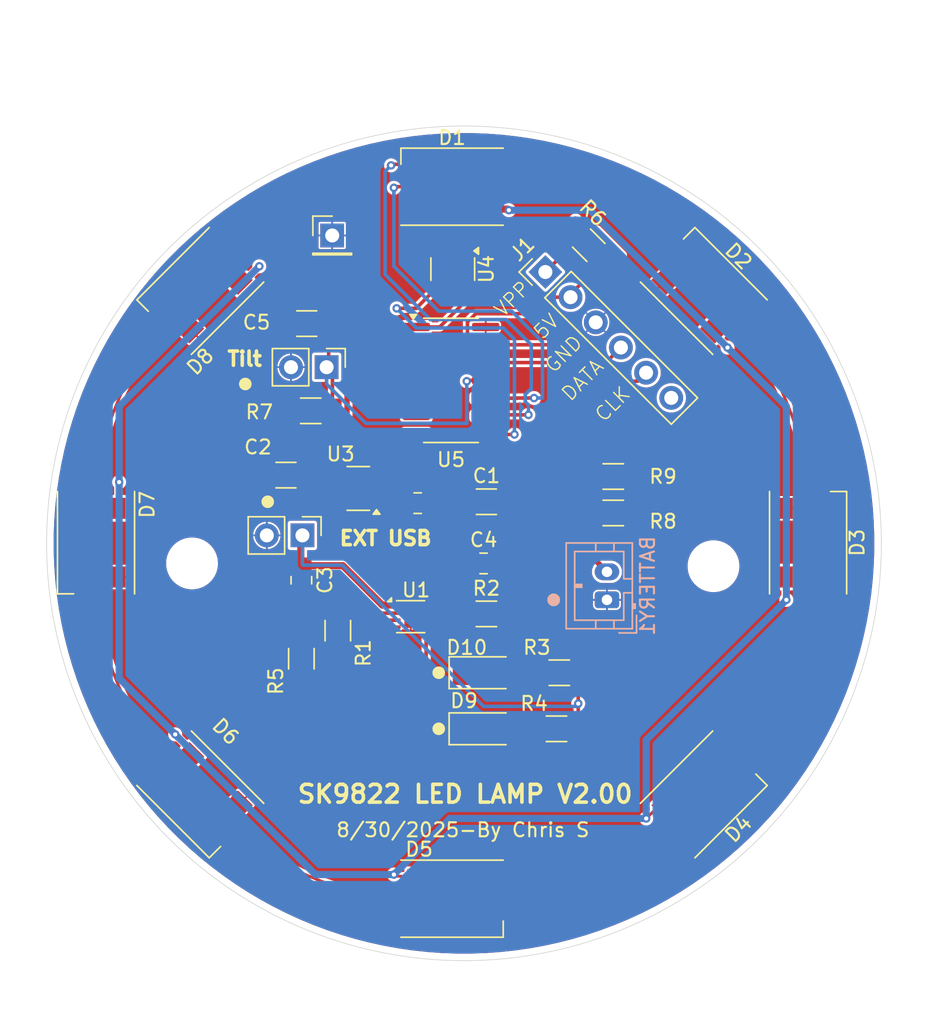
<source format=kicad_pcb>
(kicad_pcb (version 20241229) (generator "pcbnew") (generator_version "9.0")
  (layers (0 "F.Cu" signal) (2 "B.Cu" signal) (13 "F.Paste" user) (15 "B.Paste" user) (5 "F.SilkS" user "F.Silkscreen") (7 "B.SilkS" user "B.Silkscreen") (1 "F.Mask" user) (3 "B.Mask" user) (25 "Edge.Cuts" user))
  (net 0 "")
  (net 1 "VBATT")
  (net 2 "GND")
  (net 3 "5V")
  (net 4 "Net-(EXT_USB1-Pin_1)")
  (net 5 "SCLK")
  (net 7 "/STAT")
  (net 8 "Net-(D9-A)")
  (net 9 "Net-(D10-A)")
  (net 10 "/PG")
  (net 11 "Net-(U1-ISET)")
  (net 12 "Net-(U1-VSET)")
  (net 13 "Net-(U1-TS)")
  (net 14 "VPP")
  (net 15 "TILT SWITCH{slash}INT0")
  (net 16 "SDO")
  (net 17 "ICSPDAT")
  (net 18 "ICSPCLK")
  (net 23 "/SDO1")
  (net 24 "/SCLK1")
  (net 25 "/SDO2")
  (net 26 "/SCLK2")
  (net 27 "/SDO3")
  (net 28 "/SCLK3")
  (net 29 "/SCLK4")
  (net 30 "/SDO4")
  (net 31 "/SCLK5")
  (net 32 "/SDO5")
  (net 33 "/SDO6")
  (net 34 "/SCLK6")
  (net 35 "/SCLK7")
  (net 36 "/SDO7")
  (net 37 "/SW")
  (net 38 "/SWITCHED_5V")
  (net 39 "BATTERY_SENSE")
  (net 41 "LED_ENABLE")
  (footprint "Capacitor_SMD:C_1206_3216Metric_Pad1.33x1.80mm_HandSolder" (layer "F.Cu") (at 59.383578 55.088729 180)
    (property "Reference" "C5" (at 3.583578 0.088729 0) (layer "F.SilkS"))
    (property "Value" "10nF" (hide yes))
    (pad "1" smd roundrect (at -1.5625 0 180) (size 1.325 1.8) (layers "F.Cu" "F.Mask" "F.Paste") (roundrect_rratio 0.188679) (net 15 "TILT SWITCH{slash}INT0"))
    (pad "2" smd roundrect (at 1.5625 0 180) (size 1.325 1.8) (layers "F.Cu" "F.Mask" "F.Paste") (roundrect_rratio 0.188679) (net 2 "GND"))
  )
  (footprint "Connector_PinHeader_2.54mm:PinHeader_1x02_P2.54mm_Vertical" (layer "F.Cu") (at 60.8 58.2 -90)
    (property "Reference" "TILTSWITCH1" (hide yes))
    (property "Value" "Conn_01x02_Pin" (hide yes))
    (pad "1" thru_hole rect (at 0 0 270) (size 1.7 1.7) (drill 1) (layers "*.Cu" "*.Mask") (net 15 "TILT SWITCH{slash}INT0"))
    (pad "2" thru_hole oval (at 0 2.54 270) (size 1.7 1.7) (drill 1) (layers "*.Cu" "*.Mask") (net 2 "GND"))
  )
  (footprint "Resistor_SMD:R_1206_3216Metric_Pad1.30x1.75mm_HandSolder" (layer "F.Cu") (at 77.2 84.000001 180)
    (property "Reference" "R4" (at 1.6 1.8 180) (layer "F.SilkS"))
    (property "Value" "10k" (hide yes))
    (pad "1" smd roundrect (at -1.550001 0 180) (size 1.3 1.75) (layers "F.Cu" "F.Mask" "F.Paste") (roundrect_rratio 0.192308) (net 4 "Net-(EXT_USB1-Pin_1)"))
    (pad "2" smd roundrect (at 1.550001 0 180) (size 1.3 1.75) (layers "F.Cu" "F.Mask" "F.Paste") (roundrect_rratio 0.192308) (net 8 "Net-(D9-A)"))
  )
  (footprint "Package_TO_SOT_SMD:SOT-23-5" (layer "F.Cu") (at 69.8 51.2 -90)
    (property "Reference" "U4" (at 0 -2.4 90) (layer "F.SilkS"))
    (property "Value" "AP22811" (hide yes))
    (pad "1" smd roundrect (at -1.1375 -0.949999 270) (size 1.325 0.6) (layers "F.Cu" "F.Mask" "F.Paste") (net 38 "/SWITCHED_5V"))
    (pad "2" smd roundrect (at -1.1375 0 270) (size 1.325 0.6) (layers "F.Cu" "F.Mask" "F.Paste") (net 2 "GND"))
    (pad "3" smd roundrect (at -1.1375 0.949999 270) (size 1.325 0.6) (layers "F.Cu" "F.Mask" "F.Paste"))
    (pad "4" smd roundrect (at 1.1375 0.949999 270) (size 1.325 0.6) (layers "F.Cu" "F.Mask" "F.Paste") (net 41 "LED_ENABLE"))
    (pad "5" smd roundrect (at 1.1375 -0.949999 270) (size 1.325 0.6) (layers "F.Cu" "F.Mask" "F.Paste") (net 3 "5V"))
  )
  (footprint "Resistor_SMD:R_1206_3216Metric_Pad1.30x1.75mm_HandSolder" (layer "F.Cu") (at 61.6 77.000001 -90)
    (property "Reference" "R1" (at 1.6 -1.82 90) (layer "F.SilkS"))
    (property "Value" "604" (hide yes))
    (pad "1" smd roundrect (at -1.550001 0 270) (size 1.3 1.75) (layers "F.Cu" "F.Mask" "F.Paste") (roundrect_rratio 0.192308) (net 11 "Net-(U1-ISET)"))
    (pad "2" smd roundrect (at 1.550001 0 270) (size 1.3 1.75) (layers "F.Cu" "F.Mask" "F.Paste") (roundrect_rratio 0.192308) (net 2 "GND"))
  )
  (footprint "LED_SMD:LED_WS2812_PLCC6_5.0x5.0mm_P1.6mm" (layer "F.Cu") (at 69.75 45.32)
    (property "Reference" "D1" (at 0 -3.5 0) (layer "F.SilkS"))
    (property "Value" "SK9822" (hide yes))
    (pad "1" smd rect (at -2.45 -1.6) (size 1.5 1) (layers "F.Cu" "F.Mask" "F.Paste") (net 16 "SDO"))
    (pad "2" smd rect (at -2.45 0) (size 1.5 1) (layers "F.Cu" "F.Mask" "F.Paste") (net 5 "SCLK"))
    (pad "3" smd rect (at -2.45 1.6) (size 1.5 1) (layers "F.Cu" "F.Mask" "F.Paste") (net 2 "GND"))
    (pad "4" smd rect (at 2.45 1.6) (size 1.5 1) (layers "F.Cu" "F.Mask" "F.Paste") (net 38 "/SWITCHED_5V"))
    (pad "5" smd rect (at 2.45 0) (size 1.5 1) (layers "F.Cu" "F.Mask" "F.Paste") (net 24 "/SCLK1"))
    (pad "6" smd rect (at 2.45 -1.6) (size 1.5 1) (layers "F.Cu" "F.Mask" "F.Paste") (net 23 "/SDO1"))
  )
  (footprint "Capacitor_SMD:C_1206_3216Metric_Pad1.33x1.80mm_HandSolder" (layer "F.Cu") (at 57.9 65.900001 180)
    (property "Reference" "C2" (at 2 2 0) (layer "F.SilkS"))
    (property "Value" "22uF" (hide yes))
    (pad "1" smd roundrect (at -1.5625 0 180) (size 1.325 1.8) (layers "F.Cu" "F.Mask" "F.Paste") (roundrect_rratio 0.188679) (net 3 "5V"))
    (pad "2" smd roundrect (at 1.5625 0 180) (size 1.325 1.8) (layers "F.Cu" "F.Mask" "F.Paste") (roundrect_rratio 0.188679) (net 2 "GND"))
  )
  (footprint "LED_SMD:LED_WS2812_PLCC6_5.0x5.0mm_P1.6mm" (layer "F.Cu") (at 69.75 96.12 180)
    (property "Reference" "D5" (at 2.35 3.52 180) (layer "F.SilkS"))
    (property "Value" "SK9822" (hide yes))
    (pad "1" smd rect (at -2.45 -1.6 180) (size 1.5 1) (layers "F.Cu" "F.Mask" "F.Paste") (net 30 "/SDO4"))
    (pad "2" smd rect (at -2.450001 0 180) (size 1.5 1) (layers "F.Cu" "F.Mask" "F.Paste") (net 29 "/SCLK4"))
    (pad "3" smd rect (at -2.45 1.6 180) (size 1.5 1) (layers "F.Cu" "F.Mask" "F.Paste") (net 2 "GND"))
    (pad "4" smd rect (at 2.45 1.6 180) (size 1.5 1) (layers "F.Cu" "F.Mask" "F.Paste") (net 38 "/SWITCHED_5V"))
    (pad "5" smd rect (at 2.450001 0 180) (size 1.5 1) (layers "F.Cu" "F.Mask" "F.Paste") (net 31 "/SCLK5"))
    (pad "6" smd rect (at 2.45 -1.6 180) (size 1.5 1) (layers "F.Cu" "F.Mask" "F.Paste") (net 32 "/SDO5"))
  )
  (footprint "Resistor_SMD:R_1206_3216Metric_Pad1.30x1.75mm_HandSolder" (layer "F.Cu") (at 81.249999 66.000001)
    (property "Reference" "R9" (at 3.550001 0 0) (layer "F.SilkS"))
    (property "Value" "100k" (hide yes))
    (pad "1" smd roundrect (at -1.55 0) (size 1.3 1.75) (layers "F.Cu" "F.Mask" "F.Paste") (roundrect_rratio 0.192308) (net 2 "GND"))
    (pad "2" smd roundrect (at 1.55 0) (size 1.3 1.75) (layers "F.Cu" "F.Mask" "F.Paste") (roundrect_rratio 0.192308) (net 39 "BATTERY_SENSE"))
  )
  (footprint "Capacitor_SMD:C_0805_2012Metric_Pad1.18x1.45mm_HandSolder" (layer "F.Cu") (at 59 73.400001 -90)
    (property "Reference" "C3" (at 0 -1.679999 90) (layer "F.SilkS"))
    (property "Value" "4.7uF" (hide yes))
    (pad "1" smd roundrect (at -1.0375 0 270) (size 1.175 1.45) (layers "F.Cu" "F.Mask" "F.Paste") (roundrect_rratio 0.212766) (net 4 "Net-(EXT_USB1-Pin_1)"))
    (pad "2" smd roundrect (at 1.0375 0 270) (size 1.175 1.45) (layers "F.Cu" "F.Mask" "F.Paste") (roundrect_rratio 0.212766) (net 2 "GND"))
  )
  (footprint "Package_SON:WSON-8-1EP_2x2mm_P0.5mm_EP0.9x1.6mm" (layer "F.Cu") (at 66.8 76.000001)
    (property "Reference" "U1" (at 0.38 -1.9 0) (layer "F.SilkS"))
    (property "Value" "BQ25176" (hide yes))
    (pad "1" smd roundrect (at -1.1595 -0.75) (size 0.881 0.25) (layers "F.Cu" "F.Mask" "F.Paste") (net 4 "Net-(EXT_USB1-Pin_1)"))
    (pad "2" smd roundrect (at -1.1595 -0.25) (size 0.881 0.25) (layers "F.Cu" "F.Mask" "F.Paste") (net 11 "Net-(U1-ISET)"))
    (pad "3" smd roundrect (at -1.1595 0.25) (size 0.881 0.25) (layers "F.Cu" "F.Mask" "F.Paste") (net 13 "Net-(U1-TS)"))
    (pad "4" smd roundrect (at -1.1595 0.75) (size 0.881 0.25) (layers "F.Cu" "F.Mask" "F.Paste") (net 2 "GND"))
    (pad "5" smd roundrect (at 1.1845 0.75) (size 0.931 0.25) (layers "F.Cu" "F.Mask" "F.Paste") (net 7 "/STAT"))
    (pad "6" smd roundrect (at 1.1845 0.25) (size 0.931 0.25) (layers "F.Cu" "F.Mask" "F.Paste") (net 10 "/PG"))
    (pad "7" smd roundrect (at 1.1845 -0.25) (size 0.931 0.25) (layers "F.Cu" "F.Mask" "F.Paste") (net 12 "Net-(U1-VSET)"))
    (pad "8" smd roundrect (at 1.1845 -0.75) (size 0.931 0.25) (layers "F.Cu" "F.Mask" "F.Paste") (net 1 "VBATT"))
    (pad "9" smd rect (at 0 0) (size 0.9 1.6) (layers "F.Cu" "F.Mask") (net 2 "GND"))
  )
  (footprint "LED_SMD:LED_WS2812_PLCC6_5.0x5.0mm_P1.6mm" (layer "F.Cu") (at 44.35 70.72 90)
    (property "Reference" "D7" (at 2.72 3.65 270) (layer "F.SilkS"))
    (property "Value" "SK9822" (hide yes))
    (pad "1" smd rect (at -2.45 -1.6 90) (size 1.5 1) (layers "F.Cu" "F.Mask" "F.Paste") (net 33 "/SDO6"))
    (pad "2" smd rect (at -2.450001 0 90) (size 1.5 1) (layers "F.Cu" "F.Mask" "F.Paste") (net 34 "/SCLK6"))
    (pad "3" smd rect (at -2.45 1.6 90) (size 1.5 1) (layers "F.Cu" "F.Mask" "F.Paste") (net 2 "GND"))
    (pad "4" smd rect (at 2.45 1.6 90) (size 1.5 1) (layers "F.Cu" "F.Mask" "F.Paste") (net 38 "/SWITCHED_5V"))
    (pad "5" smd rect (at 2.450001 0 90) (size 1.5 1) (layers "F.Cu" "F.Mask" "F.Paste") (net 35 "/SCLK7"))
    (pad "6" smd rect (at 2.45 -1.6 90) (size 1.5 1) (layers "F.Cu" "F.Mask" "F.Paste") (net 36 "/SDO7"))
  )
  (footprint "LED_SMD:LED_1206_3216Metric_Pad1.42x1.75mm_HandSolder" (layer "F.Cu") (at 72 80.000001)
    (property "Reference" "D10" (at -1.2 -1.8 0) (layer "F.SilkS"))
    (property "Value" "Red" (hide yes))
    (pad "1" smd roundrect (at -1.4875 0) (size 1.425 1.75) (layers "F.Cu" "F.Mask" "F.Paste") (roundrect_rratio 0.175439) (net 10 "/PG"))
    (pad "2" smd roundrect (at 1.4875 0) (size 1.425 1.75) (layers "F.Cu" "F.Mask" "F.Paste") (roundrect_rratio 0.175439) (net 9 "Net-(D10-A)"))
  )
  (footprint "LED_SMD:LED_WS2812_PLCC6_5.0x5.0mm_P1.6mm" (layer "F.Cu") (at 87.710512 88.680512 -135)
    (property "Reference" "D4" (at 0 -3.5 225) (layer "F.SilkS"))
    (property "Value" "SK9822" (hide yes))
    (pad "1" smd rect (at -2.45 -1.6 225) (size 1.5 1) (layers "F.Cu" "F.Mask" "F.Paste") (net 27 "/SDO3"))
    (pad "2" smd rect (at -2.450001 0 225) (size 1.5 1) (layers "F.Cu" "F.Mask" "F.Paste") (net 28 "/SCLK3"))
    (pad "3" smd rect (at -2.45 1.6 225) (size 1.5 1) (layers "F.Cu" "F.Mask" "F.Paste") (net 2 "GND"))
    (pad "4" smd rect (at 2.45 1.6 225) (size 1.5 1) (layers "F.Cu" "F.Mask" "F.Paste") (net 38 "/SWITCHED_5V"))
    (pad "5" smd rect (at 2.450001 0 225) (size 1.5 1) (layers "F.Cu" "F.Mask" "F.Paste") (net 29 "/SCLK4"))
    (pad "6" smd rect (at 2.45 -1.6 225) (size 1.5 1) (layers "F.Cu" "F.Mask" "F.Paste") (net 30 "/SDO4"))
  )
  (footprint "LED_SMD:LED_WS2812_PLCC6_5.0x5.0mm_P1.6mm" (layer "F.Cu") (at 51.789487 88.680512 135)
    (property "Reference" "D6" (at 1.887974 4.448426 315) (layer "F.SilkS"))
    (property "Value" "SK9822" (hide yes))
    (pad "1" smd rect (at -2.45 -1.6 135) (size 1.5 1) (layers "F.Cu" "F.Mask" "F.Paste") (net 32 "/SDO5"))
    (pad "2" smd rect (at -2.450001 0 135) (size 1.5 1) (layers "F.Cu" "F.Mask" "F.Paste") (net 31 "/SCLK5"))
    (pad "3" smd rect (at -2.45 1.6 135) (size 1.5 1) (layers "F.Cu" "F.Mask" "F.Paste") (net 2 "GND"))
    (pad "4" smd rect (at 2.45 1.6 135) (size 1.5 1) (layers "F.Cu" "F.Mask" "F.Paste") (net 38 "/SWITCHED_5V"))
    (pad "5" smd rect (at 2.450001 0 135) (size 1.5 1) (layers "F.Cu" "F.Mask" "F.Paste") (net 34 "/SCLK6"))
    (pad "6" smd rect (at 2.45 -1.6 135) (size 1.5 1) (layers "F.Cu" "F.Mask" "F.Paste") (net 33 "/SDO6"))
  )
  (footprint "LED_SMD:LED_1206_3216Metric_Pad1.42x1.75mm_HandSolder" (layer "F.Cu") (at 72 84.000001)
    (property "Reference" "D9" (at -1.4 -2 0) (layer "F.SilkS"))
    (property "Value" "Green" (hide yes))
    (pad "1" smd roundrect (at -1.4875 0) (size 1.425 1.75) (layers "F.Cu" "F.Mask" "F.Paste") (roundrect_rratio 0.175439) (net 7 "/STAT"))
    (pad "2" smd roundrect (at 1.4875 0) (size 1.425 1.75) (layers "F.Cu" "F.Mask" "F.Paste") (roundrect_rratio 0.175439) (net 8 "Net-(D9-A)"))
  )
  (footprint "MountingHole:MountingHole_3.2mm_M3" (layer "F.Cu") (at 88.4 72.4)
    (property "Reference" "H2" (hide yes))
    (property "Value" "MountingHole" (hide yes))
    (pad "" np_thru_hole circle (at 0 0) (size 3.2 3.2) (drill 3.2) (layers "*.Cu" "*.Mask"))
  )
  (footprint "Capacitor_SMD:C_1206_3216Metric_Pad1.33x1.80mm_HandSolder" (layer "F.Cu") (at 72.2 67.800001)
    (property "Reference" "C1" (at 0 -1.850001 0) (layer "F.SilkS"))
    (property "Value" "4.7uF" (hide yes))
    (pad "1" smd roundrect (at -1.5625 0) (size 1.325 1.8) (layers "F.Cu" "F.Mask" "F.Paste") (roundrect_rratio 0.188679) (net 1 "VBATT"))
    (pad "2" smd roundrect (at 1.5625 0) (size 1.325 1.8) (layers "F.Cu" "F.Mask" "F.Paste") (roundrect_rratio 0.188679) (net 2 "GND"))
  )
  (footprint "Package_SO:SO-14_3.9x8.65mm_P1.27mm" (layer "F.Cu") (at 69.675 59.14)
    (property "Reference" "U5" (at 0 5.66 0) (layer "F.SilkS"))
    (property "Value" "PIC16F17124-I/SL" (hide yes))
    (pad "1" smd roundrect (at -2.475 -3.81) (size 1.95 0.6) (layers "F.Cu" "F.Mask" "F.Paste") (net 3 "5V"))
    (pad "2" smd roundrect (at -2.475 -2.54) (size 1.95 0.6) (layers "F.Cu" "F.Mask" "F.Paste"))
    (pad "3" smd roundrect (at -2.475 -1.27) (size 1.95 0.6) (layers "F.Cu" "F.Mask" "F.Paste"))
    (pad "4" smd roundrect (at -2.475 0) (size 1.95 0.6) (layers "F.Cu" "F.Mask" "F.Paste") (net 14 "VPP"))
    (pad "5" smd roundrect (at -2.475 1.27) (size 1.95 0.6) (layers "F.Cu" "F.Mask" "F.Paste"))
    (pad "6" smd roundrect (at -2.475 2.54) (size 1.95 0.6) (layers "F.Cu" "F.Mask" "F.Paste"))
    (pad "7" smd roundrect (at -2.475 3.81) (size 1.95 0.6) (layers "F.Cu" "F.Mask" "F.Paste") (net 39 "BATTERY_SENSE"))
    (pad "8" smd roundrect (at 2.475 3.81) (size 1.95 0.6) (layers "F.Cu" "F.Mask" "F.Paste") (net 41 "LED_ENABLE"))
    (pad "9" smd roundrect (at 2.475 2.54) (size 1.95 0.6) (layers "F.Cu" "F.Mask" "F.Paste") (net 16 "SDO"))
    (pad "10" smd roundrect (at 2.475 1.27) (size 1.95 0.6) (layers "F.Cu" "F.Mask" "F.Paste") (net 5 "SCLK"))
    (pad "11" smd roundrect (at 2.475 0) (size 1.95 0.6) (layers "F.Cu" "F.Mask" "F.Paste") (net 15 "TILT SWITCH{slash}INT0"))
    (pad "12" smd roundrect (at 2.475 -1.27) (size 1.95 0.6) (layers "F.Cu" "F.Mask" "F.Paste") (net 18 "ICSPCLK"))
    (pad "13" smd roundrect (at 2.475 -2.54) (size 1.95 0.6) (layers "F.Cu" "F.Mask" "F.Paste") (net 17 "ICSPDAT"))
    (pad "14" smd roundrect (at 2.475 -3.81) (size 1.95 0.6) (layers "F.Cu" "F.Mask" "F.Paste") (net 2 "GND"))
  )
  (footprint "MountingHole:MountingHole_3.2mm_M3" (layer "F.Cu") (at 51.2 72.2)
    (property "Reference" "H1" (hide yes))
    (property "Value" "MountingHole" (hide yes))
    (pad "" np_thru_hole circle (at 0 0) (size 3.2 3.2) (drill 3.2) (layers "*.Cu" "*.Mask"))
  )
  (footprint "LED_SMD:LED_WS2812_PLCC6_5.0x5.0mm_P1.6mm" (layer "F.Cu") (at 51.789487 52.759487 45)
    (property "Reference" "D8" (at -3.564181 3.564181 45) (layer "F.SilkS"))
    (property "Value" "SK9822" (hide yes))
    (pad "1" smd rect (at -2.45 -1.6 45) (size 1.5 1) (layers "F.Cu" "F.Mask" "F.Paste") (net 36 "/SDO7"))
    (pad "2" smd rect (at -2.450001 0 45) (size 1.5 1) (layers "F.Cu" "F.Mask" "F.Paste") (net 35 "/SCLK7"))
    (pad "3" smd rect (at -2.45 1.6 45) (size 1.5 1) (layers "F.Cu" "F.Mask" "F.Paste") (net 2 "GND"))
    (pad "4" smd rect (at 2.45 1.6 45) (size 1.5 1) (layers "F.Cu" "F.Mask" "F.Paste") (net 38 "/SWITCHED_5V"))
    (pad "5" smd rect (at 2.450001 0 45) (size 1.5 1) (layers "F.Cu" "F.Mask" "F.Paste"))
    (pad "6" smd rect (at 2.45 -1.6 45) (size 1.5 1) (layers "F.Cu" "F.Mask" "F.Paste"))
  )
  (footprint "Resistor_SMD:R_1206_3216Metric_Pad1.30x1.75mm_HandSolder" (layer "F.Cu") (at 59 79.000001 90)
    (property "Reference" "R5" (at -1.6 -1.82 270) (layer "F.SilkS"))
    (property "Value" "10k" (hide yes))
    (pad "1" smd roundrect (at -1.550001 0 90) (size 1.3 1.75) (layers "F.Cu" "F.Mask" "F.Paste") (roundrect_rratio 0.192308) (net 2 "GND"))
    (pad "2" smd roundrect (at 1.550001 0 90) (size 1.3 1.75) (layers "F.Cu" "F.Mask" "F.Paste") (roundrect_rratio 0.192308) (net 13 "Net-(U1-TS)"))
  )
  (footprint "Connector_PinHeader_2.54mm:PinHeader_1x01_P2.54mm_Vertical" (layer "F.Cu") (at 61.2 48.8)
    (property "Reference" "TP1" (hide yes))
    (property "Value" "TestPoint" (hide yes))
    (pad "1" thru_hole rect (at 0 0) (size 1.7 1.7) (drill 1) (layers "*.Cu" "*.Mask") (net 2 "GND"))
  )
  (footprint "Resistor_SMD:R_1206_3216Metric_Pad1.30x1.75mm_HandSolder" (layer "F.Cu") (at 77.4 80.000001 180)
    (property "Reference" "R3" (at 1.6 1.8 180) (layer "F.SilkS"))
    (property "Value" "10k" (hide yes))
    (pad "1" smd roundrect (at -1.550001 0 180) (size 1.3 1.75) (layers "F.Cu" "F.Mask" "F.Paste") (roundrect_rratio 0.192308) (net 4 "Net-(EXT_USB1-Pin_1)"))
    (pad "2" smd roundrect (at 1.550001 0 180) (size 1.3 1.75) (layers "F.Cu" "F.Mask" "F.Paste") (roundrect_rratio 0.192308) (net 9 "Net-(D10-A)"))
  )
  (footprint "LED_SMD:LED_WS2812_PLCC6_5.0x5.0mm_P1.6mm" (layer "F.Cu") (at 87.710512 52.759487 -45)
    (property "Reference" "D2" (at 0 -3.5 135) (layer "F.SilkS"))
    (property "Value" "SK9822" (hide yes))
    (pad "1" smd rect (at -2.45 -1.6 315) (size 1.5 1) (layers "F.Cu" "F.Mask" "F.Paste") (net 23 "/SDO1"))
    (pad "2" smd rect (at -2.450001 0 315) (size 1.5 1) (layers "F.Cu" "F.Mask" "F.Paste") (net 24 "/SCLK1"))
    (pad "3" smd rect (at -2.45 1.6 315) (size 1.5 1) (layers "F.Cu" "F.Mask" "F.Paste") (net 2 "GND"))
    (pad "4" smd rect (at 2.45 1.6 315) (size 1.5 1) (layers "F.Cu" "F.Mask" "F.Paste") (net 38 "/SWITCHED_5V"))
    (pad "5" smd rect (at 2.450001 0 315) (size 1.5 1) (layers "F.Cu" "F.Mask" "F.Paste") (net 26 "/SCLK2"))
    (pad "6" smd rect (at 2.45 -1.6 315) (size 1.5 1) (layers "F.Cu" "F.Mask" "F.Paste") (net 25 "/SDO2"))
  )
  (footprint "Resistor_SMD:R_1206_3216Metric_Pad1.30x1.75mm_HandSolder" (layer "F.Cu") (at 81.249999 68.600001 180)
    (property "Reference" "R8" (at -3.550001 -0.6 180) (layer "F.SilkS"))
    (property "Value" "100k" (hide yes))
    (pad "1" smd roundrect (at -1.550001 0 180) (size 1.3 1.75) (layers "F.Cu" "F.Mask" "F.Paste") (roundrect_rratio 0.192308) (net 39 "BATTERY_SENSE"))
    (pad "2" smd roundrect (at 1.550001 0 180) (size 1.3 1.75) (layers "F.Cu" "F.Mask" "F.Paste") (roundrect_rratio 0.192308) (net 1 "VBATT"))
  )
  (footprint "SparkFun-Capacitor:C_0805_2012Metric" (layer "F.Cu") (at 67.3 67.900001 180)
    (property "Reference" "L2")
    (property "Value" "2.2uH" (hide yes))
    (pad "1" smd roundrect (at -0.95 0 180) (size 1 1.45) (layers "F.Cu" "F.Mask" "F.Paste") (net 1 "VBATT"))
    (pad "2" smd roundrect (at 0.95 0 180) (size 1 1.45) (layers "F.Cu" "F.Mask" "F.Paste") (net 37 "/SW"))
  )
  (footprint "Connector_PinHeader_2.54mm:PinHeader_1x06_P2.54mm_Vertical" (layer "F.Cu") (at 76.407898 51.407898 45)
    (property "Reference" "J1" (at 0 -2.33 45) (layer "F.SilkS"))
    (property "Value" "Conn_PIC_ICSP_ICD" (hide yes))
    (pad "1" thru_hole rect (at 0 0 45) (size 1.7 1.7) (drill 1) (layers "*.Cu" "*.Mask") (net 14 "VPP"))
    (pad "2" thru_hole oval (at 0 2.54 45) (size 1.7 1.7) (drill 1) (layers "*.Cu" "*.Mask") (net 3 "5V"))
    (pad "3" thru_hole oval (at 0 5.079999 45) (size 1.7 1.7) (drill 1) (layers "*.Cu" "*.Mask") (net 2 "GND"))
    (pad "4" thru_hole oval (at 0 7.62 45) (size 1.7 1.7) (drill 1) (layers "*.Cu" "*.Mask") (net 17 "ICSPDAT"))
    (pad "5" thru_hole oval (at 0 10.16 45) (size 1.7 1.7) (drill 1) (layers "*.Cu" "*.Mask") (net 18 "ICSPCLK"))
    (pad "6" thru_hole oval (at 0 12.7 45) (size 1.7 1.7) (drill 1) (layers "*.Cu" "*.Mask"))
  )
  (footprint "LED_SMD:LED_WS2812_PLCC6_5.0x5.0mm_P1.6mm" (layer "F.Cu") (at 95.15 70.72 -90)
    (property "Reference" "D3" (at 0 -3.5 90) (layer "F.SilkS"))
    (property "Value" "SK9822" (hide yes))
    (pad "1" smd rect (at -2.45 -1.6 270) (size 1.5 1) (layers "F.Cu" "F.Mask" "F.Paste") (net 25 "/SDO2"))
    (pad "2" smd rect (at -2.450001 0 270) (size 1.5 1) (layers "F.Cu" "F.Mask" "F.Paste") (net 26 "/SCLK2"))
    (pad "3" smd rect (at -2.45 1.6 270) (size 1.5 1) (layers "F.Cu" "F.Mask" "F.Paste") (net 2 "GND"))
    (pad "4" smd rect (at 2.45 1.6 270) (size 1.5 1) (layers "F.Cu" "F.Mask" "F.Paste") (net 38 "/SWITCHED_5V"))
    (pad "5" smd rect (at 2.450001 0 270) (size 1.5 1) (layers "F.Cu" "F.Mask" "F.Paste") (net 28 "/SCLK3"))
    (pad "6" smd rect (at 2.45 -1.6 270) (size 1.5 1) (layers "F.Cu" "F.Mask" "F.Paste") (net 27 "/SDO3"))
  )
  (footprint "Resistor_SMD:R_1206_3216Metric_Pad1.30x1.75mm_HandSolder" (layer "F.Cu") (at 79.5 49.5 -45)
    (property "Reference" "R6" (at -1.414214 -1.838478 135) (layer "F.SilkS"))
    (property "Value" "10k" (hide yes))
    (pad "1" smd roundrect (at -1.550001 0 315) (size 1.3 1.75) (layers "F.Cu" "F.Mask" "F.Paste") (roundrect_rratio 0.192308) (net 14 "VPP"))
    (pad "2" smd roundrect (at 1.550001 0 315) (size 1.3 1.75) (layers "F.Cu" "F.Mask" "F.Paste") (roundrect_rratio 0.192308) (net 3 "5V"))
  )
  (footprint "Resistor_SMD:R_1206_3216Metric_Pad1.30x1.75mm_HandSolder" (layer "F.Cu") (at 72.2 75.800001)
    (property "Reference" "R2" (at 0 -1.82 0) (layer "F.SilkS"))
    (property "Value" "27.4k" (hide yes))
    (pad "1" smd roundrect (at -1.55 0) (size 1.3 1.75) (layers "F.Cu" "F.Mask" "F.Paste") (roundrect_rratio 0.192308) (net 12 "Net-(U1-VSET)"))
    (pad "2" smd roundrect (at 1.55 0) (size 1.3 1.75) (layers "F.Cu" "F.Mask" "F.Paste") (roundrect_rratio 0.192308) (net 2 "GND"))
  )
  (footprint "Package_TO_SOT_SMD:SOT-23-5" (layer "F.Cu") (at 63.0625 66.850001 180)
    (property "Reference" "U3" (at 1.2625 2.45 0) (layer "F.SilkS"))
    (property "Value" "TPS613222ADBVR" (hide yes))
    (pad "1" smd roundrect (at -1.1375 -0.95 180) (size 1.325 0.6) (layers "F.Cu" "F.Mask" "F.Paste") (net 37 "/SW"))
    (pad "2" smd roundrect (at -1.1375 0 180) (size 1.325 0.6) (layers "F.Cu" "F.Mask" "F.Paste") (net 2 "GND"))
    (pad "3" smd roundrect (at -1.1375 0.95 180) (size 1.325 0.6) (layers "F.Cu" "F.Mask" "F.Paste"))
    (pad "4" smd roundrect (at 1.1375 0.95 180) (size 1.325 0.6) (layers "F.Cu" "F.Mask" "F.Paste") (net 3 "5V"))
    (pad "5" smd roundrect (at 1.1375 -0.95 180) (size 1.325 0.6) (layers "F.Cu" "F.Mask" "F.Paste"))
  )
  (footprint "Connector_PinHeader_2.54mm:PinHeader_1x02_P2.54mm_Vertical" (layer "F.Cu") (at 59.075 70.200001 -90)
    (property "Reference" "EXT_USB1" (hide yes))
    (property "Value" "Conn_01x02_Pin" (hide yes))
    (pad "1" thru_hole rect (at 0 0 270) (size 1.7 1.7) (drill 1) (layers "*.Cu" "*.Mask") (net 4 "Net-(EXT_USB1-Pin_1)"))
    (pad "2" thru_hole oval (at 0 2.54 270) (size 1.7 1.7) (drill 1) (layers "*.Cu" "*.Mask") (net 2 "GND"))
  )
  (footprint "Resistor_SMD:R_1206_3216Metric_Pad1.30x1.75mm_HandSolder" (layer "F.Cu") (at 59.666421 61.311269 180)
    (property "Reference" "R7" (at 3.666421 -0.088731 0) (layer "F.SilkS"))
    (property "Value" "10k" (hide yes))
    (pad "1" smd roundrect (at -1.550001 0 180) (size 1.3 1.75) (layers "F.Cu" "F.Mask" "F.Paste") (roundrect_rratio 0.192308) (net 15 "TILT SWITCH{slash}INT0"))
    (pad "2" smd roundrect (at 1.550001 0 180) (size 1.3 1.75) (layers "F.Cu" "F.Mask" "F.Paste") (roundrect_rratio 0.192308) (net 3 "5V"))
  )
  (footprint "Capacitor_SMD:C_0805_2012Metric_Pad1.18x1.45mm_HandSolder" (layer "F.Cu") (at 72 72.200001)
    (property "Reference" "C4" (at 0 -1.679999 0) (layer "F.SilkS"))
    (property "Value" "4.7uF" (hide yes))
    (pad "1" smd roundrect (at -1.0375 0) (size 1.175 1.45) (layers "F.Cu" "F.Mask" "F.Paste") (roundrect_rratio 0.212766) (net 1 "VBATT"))
    (pad "2" smd roundrect (at 1.0375 0) (size 1.175 1.45) (layers "F.Cu" "F.Mask" "F.Paste") (roundrect_rratio 0.212766) (net 2 "GND"))
  )
  (footprint "Connector_JST:JST_PH_B2B-PH-K_1x02_P2.00mm_Vertical" (layer "B.Cu") (at 80.8 74.800001 90)
    (property "Reference" "BATTERY1" (at 1 2.9 270) (layer "B.SilkS") (effects (justify mirror)))
    (property "Value" "Conn_01x02_Pin" (hide yes))
    (pad "1" thru_hole roundrect (at 0 0 90) (size 1.2 1.75) (drill 0.75) (layers "*.Cu" "*.Mask") (roundrect_rratio 0.208333) (net 2 "GND"))
    (pad "2" thru_hole oval (at 2.000001 0 90) (size 1.2 1.75) (drill 0.75) (layers "*.Cu" "*.Mask") (net 1 "VBATT"))
  )
  (gr_circle (center 56.6 67.800001) (end 57 67.800001) (stroke (width 0.1)) (fill yes) (layer "F.SilkS"))
  (gr_circle (center 68.8 84.000001) (end 69.2 84.000001) (stroke (width 0.1)) (fill yes) (layer "F.SilkS"))
  (gr_circle (center 77 74.8) (end 77.4 74.8) (stroke (width 0.1)) (fill yes) (layer "F.SilkS"))
  (gr_circle (center 55 59.4) (end 55.4 59.4) (stroke (width 0.1)) (fill yes) (layer "F.SilkS"))
  (gr_circle (center 68.8 80.000001) (end 69.2 80.000001) (stroke (width 0.1)) (fill yes) (layer "F.SilkS"))
  (gr_circle (center 77 74.8) (end 77.4 74.8) (stroke (width 0.1)) (fill yes) (layer "B.SilkS"))
  (gr_circle (center 70.6 70.766031) (end 100.375232 70.766031) (stroke (width 0.05)) (fill no) (layer "Edge.Cuts"))
  (gr_text "CLK\n" (at 80.577063 62.29 45) (layer "F.SilkS") (effects (font (size 1 1) (thickness 0.1)) (justify left bottom)))
  (gr_text "8/30/2025-By Chris S" (at 61.4 91.8 0) (layer "F.SilkS") (effects (font (size 1 1)) (justify left bottom)))
  (gr_text "5V" (at 76.2 56.4 45) (layer "F.SilkS") (effects (font (size 1 1) (thickness 0.1)) (justify left bottom)))
  (gr_text "Tilt" (at 53.6 58.2 0) (layer "F.SilkS") (effects (font (size 1.016 1.016) (thickness 0.254) (bold yes)) (justify left bottom)))
  (gr_text "DATA" (at 78.2 60.8 45) (layer "F.SilkS") (effects (font (size 1 1) (thickness 0.1)) (justify left bottom)))
  (gr_text "VPP\n" (at 73.4 54.8 45) (layer "F.SilkS") (effects (font (size 1 1) (thickness 0.1)) (justify left bottom)))
  (gr_text "GND" (at 77 58.8 45) (layer "F.SilkS") (effects (font (size 1 1) (thickness 0.1)) (justify left bottom)))
  (gr_text "SK9822 LED LAMP V2.00" (at 58.6 89.4 0) (layer "F.SilkS") (effects (font (size 1.27 1.27) (thickness 0.254) (bold yes)) (justify left bottom)))
  (gr_text "EXT USB\n" (at 61.6 71 0) (layer "F.SilkS") (effects (font (size 1.016 1.016) (thickness 0.254) (bold yes)) (justify left bottom)))
  (segment (start 70.6375 67.800001) (end 68.35 67.800001) (width 0.762) (layer "F.Cu") (net 1))
  (segment (start 70.9625 68.125001) (end 70.6375 67.800001) (width 0.762) (layer "F.Cu") (net 1))
  (segment (start 70.9625 72.200001) (end 70.9625 73.237501) (width 0.254) (layer "F.Cu") (net 1))
  (segment (start 70.9625 72.200001) (end 70.9625 68.125001) (width 0.762) (layer "F.Cu") (net 1))
  (segment (start 68.35 67.800001) (end 68.25 67.900001) (width 0.762) (layer "F.Cu") (net 1))
  (segment (start 77.672998 66.573001) (end 71.8645 66.573001) (width 0.254) (layer "F.Cu") (net 1))
  (segment (start 79.699998 68.600001) (end 79.699998 71.699998) (width 0.381) (layer "F.Cu") (net 1))
  (segment (start 79.699998 68.600001) (end 77.672998 66.573001) (width 0.254) (layer "F.Cu") (net 1))
  (segment (start 79.699998 71.699998) (end 80.8 72.8) (width 0.381) (layer "F.Cu") (net 1))
  (segment (start 71.8645 66.573001) (end 70.6375 67.800001) (width 0.254) (layer "F.Cu") (net 1))
  (segment (start 68.95 75.250001) (end 67.9 75.250001) (width 0.254) (layer "F.Cu") (net 1))
  (segment (start 70.9625 73.237501) (end 68.95 75.250001) (width 0.254) (layer "F.Cu") (net 1))
  (segment (start 59.4625 65.900001) (end 59.4625 65.8625) (width 0.254) (layer "F.Cu") (net 3))
  (segment (start 68.87 55.33) (end 67.2 55.33) (width 0.254) (layer "F.Cu") (net 3))
  (segment (start 58.11642 64.51642) (end 58.11642 61.311269) (width 0.254) (layer "F.Cu") (net 3))
  (segment (start 80.596016 50.596016) (end 78.203949 52.988083) (width 0.254) (layer "F.Cu") (net 3))
  (segment (start 70.749999 53.450001) (end 68.87 55.33) (width 0.254) (layer "F.Cu") (net 3))
  (segment (start 71.616448 53.203949) (end 70.749999 52.3375) (width 0.254) (layer "F.Cu") (net 3))
  (segment (start 62.257922 65.567079) (end 61.925 65.900001) (width 0.381) (layer "F.Cu") (net 3))
  (segment (start 67.2 55.33) (end 66.153 55.33) (width 0.381) (layer "F.Cu") (net 3))
  (segment (start 78.203949 52.988083) (end 78.203949 53.203949) (width 0.254) (layer "F.Cu") (net 3))
  (segment (start 66.153 55.33) (end 62.257922 59.225078) (width 0.381) (layer "F.Cu") (net 3))
  (segment (start 70.749999 52.3375) (end 70.749999 53.450001) (width 0.254) (layer "F.Cu") (net 3))
  (segment (start 78.203949 53.203949) (end 71.616448 53.203949) (width 0.254) (layer "F.Cu") (net 3))
  (segment (start 59.4625 65.8625) (end 58.11642 64.51642) (width 0.254) (layer "F.Cu") (net 3))
  (segment (start 62.257922 59.225078) (end 62.257922 65.567079) (width 0.381) (layer "F.Cu") (net 3))
  (segment (start 61.925 65.900001) (end 59.4625 65.900001) (width 0.508) (layer "F.Cu") (net 3))
  (segment (start 59.075 70.200001) (end 58.9625 70.312501) (width 0.508) (layer "F.Cu") (net 4))
  (segment (start 58.7625 72.125001) (end 59 72.362501) (width 0.762) (layer "F.Cu") (net 4))
  (segment (start 64.769 75.169001) (end 65.7 75.169001) (width 0.508) (layer "F.Cu") (net 4))
  (segment (start 78.750001 82.200001) (end 78.750001 80.200001) (width 0.254) (layer "F.Cu") (net 4))
  (segment (start 58.9625 70.312501) (end 58.9625 72.325001) (width 0.508) (layer "F.Cu") (net 4))
  (segment (start 78.750001 84.000001) (end 78.750001 82.200001) (width 0.254) (layer "F.Cu") (net 4))
  (segment (start 78.750001 80.200001) (end 78.950001 80.000001) (width 0.254) (layer "F.Cu") (net 4))
  (segment (start 61.9625 72.362501) (end 64.769 75.169001) (width 0.508) (layer "F.Cu") (net 4))
  (segment (start 58.9625 72.325001) (end 59 72.362501) (width 0.508) (layer "F.Cu") (net 4))
  (segment (start 59 72.362501) (end 61.9625 72.362501) (width 0.508) (layer "F.Cu") (net 4))
  (via (at 78.750001 82.200001) (size 0.6) (drill 0.3) (layers "F.Cu" "B.Cu") (net 4))
  (segment (start 59.075 70.200001) (end 59.075 72.275001) (width 0.254) (layer "B.Cu") (net 4))
  (segment (start 59.075 72.275001) (end 59.125 72.325001) (width 0.254) (layer "B.Cu") (net 4))
  (segment (start 72 82.400001) (end 78.8 82.400001) (width 0.254) (layer "B.Cu") (net 4))
  (segment (start 78.8 82.25) (end 78.750001 82.200001) (width 0.254) (layer "B.Cu") (net 4))
  (segment (start 61.925 72.325001) (end 72 82.400001) (width 0.254) (layer "B.Cu") (net 4))
  (segment (start 78.8 82.400001) (end 78.8 82.25) (width 0.254) (layer "B.Cu") (net 4))
  (segment (start 59.125 72.325001) (end 61.925 72.325001) (width 0.254) (layer "B.Cu") (net 4))
  (segment (start 74.4 60.4) (end 74.39 60.41) (width 0.254) (layer "F.Cu") (net 5))
  (segment (start 67.3 45.32) (end 67.604 45.32) (width 0.254) (layer "F.Cu") (net 5))
  (segment (start 75.6 60.4) (end 74.4 60.4) (width 0.254) (layer "F.Cu") (net 5))
  (segment (start 74.39 60.41) (end 72.15 60.41) (width 0.254) (layer "F.Cu") (net 5))
  (segment (start 67.3 45.32) (end 65.68 45.32) (width 0.254) (layer "F.Cu") (net 5))
  (segment (start 65.68 45.32) (end 65.6 45.4) (width 0.254) (layer "F.Cu") (net 5))
  (via (at 75.6 60.4) (size 0.6) (drill 0.3) (layers "F.Cu" "B.Cu") (net 5))
  (via (at 65.6 45.4) (size 0.6) (drill 0.3) (layers "F.Cu" "B.Cu") (net 5))
  (segment (start 74 54.2) (end 68.8 54.2) (width 0.254) (layer "B.Cu") (net 5))
  (segment (start 65.6 51) (end 65.6 45.4) (width 0.254) (layer "B.Cu") (net 5))
  (segment (start 75.6 60.4) (end 76.2 60.4) (width 0.254) (layer "B.Cu") (net 5))
  (segment (start 76.2 56.4) (end 74 54.2) (width 0.254) (layer "B.Cu") (net 5))
  (segment (start 68.8 54.2) (end 65.6 51) (width 0.254) (layer "B.Cu") (net 5))
  (segment (start 76.2 60.4) (end 76.2 56.4) (width 0.254) (layer "B.Cu") (net 5))
  (segment (start 67.9 81.387501) (end 70.5125 84.000001) (width 0.254) (layer "F.Cu") (net 7))
  (segment (start 67.9 76.750001) (end 67.9 81.387501) (width 0.254) (layer "F.Cu") (net 7))
  (segment (start 73.4875 84.000001) (end 75.649999 84.000001) (width 0.2) (layer "F.Cu") (net 8))
  (segment (start 73.4875 80.000001) (end 75.849999 80.000001) (width 0.254) (layer "F.Cu") (net 9))
  (segment (start 68.333568 76.250001) (end 70.5125 78.428933) (width 0.254) (layer "F.Cu") (net 10))
  (segment (start 70.5125 78.428933) (end 70.5125 80.000001) (width 0.254) (layer "F.Cu") (net 10))
  (segment (start 67.9 76.250001) (end 68.333568 76.250001) (width 0.254) (layer "F.Cu") (net 10))
  (segment (start 61.900001 75.750001) (end 65.7 75.750001) (width 0.254) (layer "F.Cu") (net 11))
  (segment (start 61.6 75.45) (end 61.900001 75.750001) (width 0.254) (layer "F.Cu") (net 11))
  (segment (start 70.65 75.800001) (end 70.6 75.750001) (width 0.254) (layer "F.Cu") (net 12))
  (segment (start 70.6 75.750001) (end 67.9 75.750001) (width 0.254) (layer "F.Cu") (net 12))
  (segment (start 62.647927 76.250001) (end 61.447928 77.45) (width 0.254) (layer "F.Cu") (net 13))
  (segment (start 61.447928 77.45) (end 59 77.45) (width 0.254) (layer "F.Cu") (net 13))
  (segment (start 65.7 76.250001) (end 62.647927 76.250001) (width 0.254) (layer "F.Cu") (net 13))
  (segment (start 78.403984 48.403984) (end 78.403984 49.411812) (width 0.254) (layer "F.Cu") (net 14))
  (segment (start 67.2 59.14) (end 67.95485 59.14) (width 0.254) (layer "F.Cu") (net 14))
  (segment (start 71.442901 54.381949) (end 78.691893 54.381949) (width 0.254) (layer "F.Cu") (net 14))
  (segment (start 81.903698 51.170144) (end 81.903698 50.202398) (width 0.254) (layer "F.Cu") (net 14))
  (segment (start 81.903698 50.202398) (end 80.105284 48.403984) (width 0.254) (layer "F.Cu") (net 14))
  (segment (start 78.403984 49.411812) (end 76.407898 51.407898) (width 0.254) (layer "F.Cu") (net 14))
  (segment (start 80.105284 48.403984) (end 78.403984 48.403984) (width 0.254) (layer "F.Cu") (net 14))
  (segment (start 70.847 54.97785) (end 71.442901 54.381949) (width 0.254) (layer "F.Cu") (net 14))
  (segment (start 78.691893 54.381949) (end 81.903698 51.170144) (width 0.254) (layer "F.Cu") (net 14))
  (segment (start 67.95485 59.14) (end 70.847 56.24785) (width 0.254) (layer "F.Cu") (net 14))
  (segment (start 70.847 56.24785) (end 70.847 54.97785) (width 0.254) (layer "F.Cu") (net 14))
  (segment (start 72.15 59.14) (end 70.86 59.14) (width 0.254) (layer "F.Cu") (net 15))
  (segment (start 61.216422 61.311269) (end 61.216422 58.616422) (width 0.254) (layer "F.Cu") (net 15))
  (segment (start 70.86 59.14) (end 70.8 59.2) (width 0.254) (layer "F.Cu") (net 15))
  (segment (start 60.946078 55.088729) (end 60.946078 58.053922) (width 0.254) (layer "F.Cu") (net 15))
  (segment (start 61.216422 58.616422) (end 60.8 58.2) (width 0.254) (layer "F.Cu") (net 15))
  (segment (start 60.946078 58.053922) (end 60.8 58.2) (width 0.254) (layer "F.Cu") (net 15))
  (via (at 70.8 59.2) (size 0.6) (drill 0.3) (layers "F.Cu" "B.Cu") (net 15))
  (segment (start 70.8 62.2) (end 63.6 62.2) (width 0.254) (layer "B.Cu") (net 15))
  (segment (start 70.8 59.2) (end 70.8 62.2) (width 0.254) (layer "B.Cu") (net 15))
  (segment (start 60.8 59.4) (end 60.8 58.2) (width 0.254) (layer "B.Cu") (net 15))
  (segment (start 63.6 62.2) (end 60.8 59.4) (width 0.254) (layer "B.Cu") (net 15))
  (segment (start 67.55 43.72) (end 67.3 43.72) (width 0.2) (layer "F.Cu") (net 16))
  (segment (start 67.3 43.72) (end 65.48 43.72) (width 0.254) (layer "F.Cu") (net 16))
  (segment (start 65.48 43.72) (end 65.4 43.8) (width 0.254) (layer "F.Cu") (net 16))
  (segment (start 75.2 61.6) (end 72.23 61.6) (width 0.254) (layer "F.Cu") (net 16))
  (segment (start 72.23 61.6) (end 72.15 61.68) (width 0.254) (layer "F.Cu") (net 16))
  (via (at 65.4 43.8) (size 0.6) (drill 0.3) (layers "F.Cu" "B.Cu") (net 16))
  (via (at 75.2 61.6) (size 0.6) (drill 0.3) (layers "F.Cu" "B.Cu") (net 16))
  (segment (start 68.2 54.8) (end 64.972 51.572) (width 0.254) (layer "B.Cu") (net 16))
  (segment (start 74.972 60.139873) (end 75.339873 59.772) (width 0.254) (layer "B.Cu") (net 16))
  (segment (start 75.4 59.772) (end 75.4 56.6) (width 0.254) (layer "B.Cu") (net 16))
  (segment (start 75.4 56.6) (end 73.6 54.8) (width 0.254) (layer "B.Cu") (net 16))
  (segment (start 73.6 54.8) (end 68.2 54.8) (width 0.254) (layer "B.Cu") (net 16))
  (segment (start 75.2 60.888127) (end 74.972 60.660127) (width 0.254) (layer "B.Cu") (net 16))
  (segment (start 64.972 44.228) (end 65.4 43.8) (width 0.254) (layer "B.Cu") (net 16))
  (segment (start 74.972 60.660127) (end 74.972 60.139873) (width 0.254) (layer "B.Cu") (net 16))
  (segment (start 75.339873 59.772) (end 75.4 59.772) (width 0.254) (layer "B.Cu") (net 16))
  (segment (start 64.972 51.572) (end 64.972 44.228) (width 0.254) (layer "B.Cu") (net 16))
  (segment (start 75.2 61.6) (end 75.2 60.888127) (width 0.254) (layer "B.Cu") (net 16))
  (segment (start 78.4 58.2) (end 80.392104 58.2) (width 0.254) (layer "F.Cu") (net 17))
  (segment (start 80.392104 58.2) (end 81.796052 56.796052) (width 0.254) (layer "F.Cu") (net 17))
  (segment (start 76.8 56.6) (end 78.4 58.2) (width 0.254) (layer "F.Cu") (net 17))
  (segment (start 72.15 56.6) (end 76.8 56.6) (width 0.254) (layer "F.Cu") (net 17))
  (segment (start 78.2 59.2) (end 82.984206 59.2) (width 0.254) (layer "F.Cu") (net 18))
  (segment (start 82.984206 59.2) (end 83.592103 58.592103) (width 0.254) (layer "F.Cu") (net 18))
  (segment (start 76.87 57.87) (end 78.2 59.2) (width 0.254) (layer "F.Cu") (net 18))
  (segment (start 72.15 57.87) (end 76.87 57.87) (width 0.254) (layer "F.Cu") (net 18))
  (segment (start 72.2 43.72) (end 78.515694 43.72) (width 0.2) (layer "F.Cu") (net 23))
  (segment (start 82.643601 45.429835) (end 87.109471 49.895705) (width 0.2) (layer "F.Cu") (net 23))
  (arc (start 78.515694 43.72) (mid 80.749701 44.164372) (end 82.643601 45.429835) (width 0.2) (layer "F.Cu") (net 23))
  (segment (start 82.4 47.4) (end 85.94347 50.94347) (width 0.2) (layer "F.Cu") (net 24))
  (segment (start 72.2 45.32) (end 77.378436 45.32) (width 0.2) (layer "F.Cu") (net 24))
  (arc (start 85.94347 50.94347) (mid 85.9691 50.981829) (end 85.9781 51.027075) (width 0.2) (layer "F.Cu") (net 24))
  (arc (start 77.378436 45.32) (mid 80.096086 45.860575) (end 82.4 47.4) (width 0.2) (layer "F.Cu") (net 24))
  (segment (start 90.574294 53.360528) (end 90.574294 53.5) (width 0.2) (layer "F.Cu") (net 25))
  (segment (start 90.574294 53.360528) (end 90.574797 53.53968) (width 0.2) (layer "F.Cu") (net 25))
  (segment (start 90.577256 53.716261) (end 90.823741 53.962746) (width 0.2) (layer "F.Cu") (net 25))
  (segment (start 90.574294 53.5) (end 90.5 53.5) (width 0.2) (layer "F.Cu") (net 25))
  (segment (start 90.574797 53.53968) (end 90.577256 53.716261) (width 0.2) (layer "F.Cu") (net 25))
  (arc (start 90.823741 53.962746) (mid 95.209815 60.52697) (end 96.75 68.27) (width 0.2) (layer "F.Cu") (net 25))
  (arc (start 89.442924 54.491899) (mid 93.666779 60.813345) (end 95.15 68.269999) (width 0.2) (layer "F.Cu") (net 26))
  (segment (start 90.574296 88.079471) (end 90.574294 88.079471) (width 0.2) (layer "F.Cu") (net 27))
  (segment (start 96.75 73.17) (end 96.75 73.170003) (width 0.2) (layer "F.Cu") (net 27))
  (arc (start 96.75 73.170003) (mid 95.144986 81.238949) (end 90.574296 88.079471) (width 0.2) (layer "F.Cu") (net 27))
  (segment (start 95.104482 74.536782) (end 95.090103 74.730063) (width 0.2) (layer "F.Cu") (net 28))
  (segment (start 94.987671 75.702278) (end 94.961458 75.894204) (width 0.2) (layer "F.Cu") (net 28))
  (segment (start 95.117054 74.340564) (end 95.104482 74.536782) (width 0.2) (layer "F.Cu") (net 28))
  (segment (start 95.147004 73.560369) (end 95.142478 73.756844) (width 0.2) (layer "F.Cu") (net 28))
  (segment (start 95.127473 74.146998) (end 95.117054 74.340564) (width 0.2) (layer "F.Cu") (net 28))
  (segment (start 94.961458 75.894204) (end 94.932832 76.088948) (width 0.2) (layer "F.Cu") (net 28))
  (segment (start 95.034567 75.314585) (end 95.01229 75.507046) (width 0.2) (layer "F.Cu") (net 28))
  (segment (start 95.01229 75.507046) (end 94.987671 75.702278) (width 0.2) (layer "F.Cu") (net 28))
  (segment (start 95.055178 75.118945) (end 95.034567 75.314585) (width 0.2) (layer "F.Cu") (net 28))
  (segment (start 95.090103 74.730063) (end 95.07351 74.926032) (width 0.2) (layer "F.Cu") (net 28))
  (segment (start 95.07351 74.926032) (end 95.055178 75.118945) (width 0.2) (layer "F.Cu") (net 28))
  (segment (start 95.15 73.170001) (end 95.149492 73.366483) (width 0.2) (layer "F.Cu") (net 28))
  (segment (start 95.149492 73.366483) (end 95.147004 73.560369) (width 0.2) (layer "F.Cu") (net 28))
  (segment (start 89.443419 86.751898) (end 89.442924 86.9481) (width 0.2) (layer "F.Cu") (net 28))
  (segment (start 95.142478 73.756844) (end 95.136023 73.950612) (width 0.2) (layer "F.Cu") (net 28))
  (segment (start 95.136023 73.950612) (end 95.127473 74.146998) (width 0.2) (layer "F.Cu") (net 28))
  (segment (start 94.932832 76.088948) (end 94.902695 76.280255) (width 0.2) (layer "F.Cu") (net 28))
  (arc (start 94.902695 76.280255) (mid 94.886382 76.377342) (end 94.870069 76.474431) (width 0.2) (layer "F.Cu") (net 28))
  (arc (start 94.870069 76.474431) (mid 93.008892 81.952777) (end 89.581311 86.614007) (width 0.2) (layer "F.Cu") (net 28))
  (segment (start 85.9781 90.412924) (end 85.978099 90.412925) (width 0.2) (layer "F.Cu") (net 29))
  (arc (start 85.978099 90.412925) (mid 79.656654 94.636779) (end 72.200001 96.12) (width 0.2) (layer "F.Cu") (net 29))
  (segment (start 87.109471 91.544294) (end 87.10947 91.544295) (width 0.2) (layer "F.Cu") (net 30))
  (arc (start 87.10947 91.544295) (mid 80.268947 96.114987) (end 72.2 97.72) (width 0.2) (layer "F.Cu") (net 30))
  (arc (start 67.299999 96.12) (mid 59.843345 94.636779) (end 53.521899 90.412924) (width 0.2) (layer "F.Cu") (net 31))
  (segment (start 67.3 97.72) (end 67.19 97.61) (width 0.2) (layer "F.Cu") (net 32))
  (segment (start 67.19 97.61) (end 67.034438 97.61) (width 0.2) (layer "F.Cu") (net 32))
  (segment (start 67.3 97.72) (end 66.78 97.2) (width 0.2) (layer "F.Cu") (net 32))
  (arc (start 67.034438 97.61) (mid 59.109211 96.033575) (end 52.390528 91.544294) (width 0.2) (layer "F.Cu") (net 32))
  (arc (start 48.925705 88.079471) (mid 44.355013 81.238948) (end 42.75 73.17) (width 0.2) (layer "F.Cu") (net 33))
  (segment (start 50.057075 86.9481) (end 50.057075 86.857075) (width 0.2) (layer "F.Cu") (net 34))
  (segment (start 44.35 73.170002) (end 44.35 73.170001) (width 0.2) (layer "F.Cu") (net 34))
  (arc (start 50.057075 86.9481) (mid 45.83322 80.626655) (end 44.35 73.170002) (width 0.2) (layer "F.Cu") (net 34))
  (segment (start 44.35 68.269999) (end 44.2 68.119999) (width 0.2) (layer "F.Cu") (net 35))
  (segment (start 44.35 68.269999) (end 44.35 68.269997) (width 0.2) (layer "F.Cu") (net 35))
  (arc (start 44.35 68.269997) (mid 45.83322 60.813344) (end 50.057075 54.491899) (width 0.2) (layer "F.Cu") (net 35))
  (segment (start 48.649268 53.636965) (end 48.925705 53.360528) (width 0.2) (layer "F.Cu") (net 36))
  (segment (start 42.75 68.27) (end 42.75 67.879053) (width 0.2) (layer "F.Cu") (net 36))
  (arc (start 42.75 67.879053) (mid 44.28317 60.17129) (end 48.649268 53.636965) (width 0.2) (layer "F.Cu") (net 36))
  (segment (start 66.25 67.800001) (end 66.35 67.900001) (width 0.508) (layer "F.Cu") (net 37))
  (segment (start 64.2 67.800001) (end 66.25 67.800001) (width 0.508) (layer "F.Cu") (net 37))
  (segment (start 51.188446 85.588446) (end 50 84.4) (width 0.2) (layer "F.Cu") (net 38))
  (segment (start 72.2 47.6) (end 70.749999 49.050001) (width 0.508) (layer "F.Cu") (net 38))
  (segment (start 70.749999 49.050001) (end 70.749999 50.0625) (width 0.508) (layer "F.Cu") (net 38))
  (segment (start 51.188446 85.81673) (end 51.188446 85.588446) (width 0.2) (layer "F.Cu") (net 38))
  (segment (start 67.3 94.52) (end 65.72 94.52) (width 0.2) (layer "F.Cu") (net 38))
  (segment (start 72.2 46.92) (end 72.2 47.6) (width 0.508) (layer "F.Cu") (net 38))
  (segment (start 65.72 94.52) (end 65.6 94.4) (width 0.2) (layer "F.Cu") (net 38))
  (segment (start 45.95 66.45) (end 46 66.4) (width 0.2) (layer "F.Cu") (net 38))
  (segment (start 88.311553 55.711553) (end 89.4 56.8) (width 0.2) (layer "F.Cu") (net 38))
  (segment (start 84.84673 89.281553) (end 84.718447 89.281553) (width 0.2) (layer "F.Cu") (net 38))
  (segment (start 45.95 68.27) (end 45.95 66.45) (width 0.2) (layer "F.Cu") (net 38))
  (segment (start 72.2 46.92) (end 73.72 46.92) (width 0.508) (layer "F.Cu") (net 38))
  (segment (start 93.55 74.75) (end 93.6 74.8) (width 0.2) (layer "F.Cu") (net 38))
  (segment (start 54.841554 52.158446) (end 56 51) (width 0.2) (layer "F.Cu") (net 38))
  (segment (start 88.311553 55.623269) (end 88.311553 55.711553) (width 0.2) (layer "F.Cu") (net 38))
  (segment (start 73.72 46.92) (end 73.8 47) (width 0.2) (layer "F.Cu") (net 38))
  (segment (start 84.718447 89.281553) (end 83.6 90.4) (width 0.2) (layer "F.Cu") (net 38))
  (segment (start 54.653269 52.158446) (end 54.841554 52.158446) (width 0.2) (layer "F.Cu") (net 38))
  (segment (start 93.55 73.17) (end 93.55 74.75) (width 0.2) (layer "F.Cu") (net 38))
  (via (at 83.6 90.4) (size 0.6) (drill 0.3) (layers "F.Cu" "B.Cu") (net 38))
  (via (at 46 66.4) (size 0.6) (drill 0.3) (layers "F.Cu" "B.Cu") (net 38))
  (via (at 65.6 94.4) (size 0.6) (drill 0.3) (layers "F.Cu" "B.Cu") (net 38))
  (via (at 93.6 74.8) (size 0.6) (drill 0.3) (layers "F.Cu" "B.Cu") (net 38))
  (via (at 50 84.4) (size 0.6) (drill 0.3) (layers "F.Cu" "B.Cu") (net 38))
  (via (at 56 51) (size 0.6) (drill 0.3) (layers "F.Cu" "B.Cu") (net 38))
  (via (at 89.4 56.8) (size 0.6) (drill 0.3) (layers "F.Cu" "B.Cu") (net 38))
  (via (at 73.8 47) (size 0.6) (drill 0.3) (layers "F.Cu" "B.Cu") (net 38))
  (segment (start 83.6 84.8) (end 83.6 90.4) (width 0.508) (layer "B.Cu") (net 38))
  (segment (start 46 66.4) (end 46 61) (width 0.508) (layer "B.Cu") (net 38))
  (segment (start 79.6 47) (end 89.4 56.8) (width 0.508) (layer "B.Cu") (net 38))
  (segment (start 83.6 90.4) (end 69.6 90.4) (width 0.508) (layer "B.Cu") (net 38))
  (segment (start 46 61) (end 56 51) (width 0.508) (layer "B.Cu") (net 38))
  (segment (start 50.2 84.6) (end 50 84.4) (width 0.508) (layer "B.Cu") (net 38))
  (segment (start 93.6 74.8) (end 83.6 84.8) (width 0.508) (layer "B.Cu") (net 38))
  (segment (start 60 94.4) (end 50.2 84.6) (width 0.508) (layer "B.Cu") (net 38))
  (segment (start 65.6 94.4) (end 60 94.4) (width 0.508) (layer "B.Cu") (net 38))
  (segment (start 93.6 61) (end 93.6 74.8) (width 0.508) (layer "B.Cu") (net 38))
  (segment (start 69.6 90.4) (end 65.6 94.4) (width 0.508) (layer "B.Cu") (net 38))
  (segment (start 73.8 47) (end 79.6 47) (width 0.508) (layer "B.Cu") (net 38))
  (segment (start 50.2 84.6) (end 46 80.4) (width 0.508) (layer "B.Cu") (net 38))
  (segment (start 46 80.4) (end 46 66.4) (width 0.508) (layer "B.Cu") (net 38))
  (segment (start 89.4 56.8) (end 93.6 61) (width 0.508) (layer "B.Cu") (net 38))
  (segment (start 82.799999 66.000001) (end 82.8 68.600001) (width 0.254) (layer "F.Cu") (net 39))
  (segment (start 68.95 62.95) (end 67.2 62.95) (width 0.254) (layer "F.Cu") (net 39))
  (segment (start 82.799999 66.000001) (end 81.399998 64.6) (width 0.254) (layer "F.Cu") (net 39))
  (segment (start 81.399998 64.6) (end 70.6 64.6) (width 0.254) (layer "F.Cu") (net 39))
  (segment (start 70.6 64.6) (end 68.95 62.95) (width 0.254) (layer "F.Cu") (net 39))
  (segment (start 72.2 63) (end 72.15 62.95) (width 0.254) (layer "F.Cu") (net 41))
  (segment (start 67.187501 54) (end 65.8 54) (width 0.254) (layer "F.Cu") (net 41))
  (segment (start 74.2 63) (end 72.2 63) (width 0.254) (layer "F.Cu") (net 41))
  (segment (start 68.850001 52.3375) (end 67.187501 54) (width 0.254) (layer "F.Cu") (net 41))
  (via (at 65.8 54) (size 0.6) (drill 0.3) (layers "F.Cu" "B.Cu") (net 41))
  (via (at 74.2 63) (size 0.6) (drill 0.3) (layers "F.Cu" "B.Cu") (net 41))
  (segment (start 73.4 55.4) (end 74.2 56.2) (width 0.254) (layer "B.Cu") (net 41))
  (segment (start 67.2 55.4) (end 73.4 55.4) (width 0.254) (layer "B.Cu") (net 41))
  (segment (start 74.2 56.2) (end 74.2 63) (width 0.254) (layer "B.Cu") (net 41))
  (segment (start 65.8 54) (end 67.2 55.4) (width 0.254) (layer "B.Cu") (net 41))
  (zone (net 2) (net_name "GND") (layers "F.Cu" "B.Cu") (name "GROUND") (connect_pads (clearance 0.127)) (min_thickness 0.127) (fill yes (thermal_gap 0.127) (thermal_bridge_width 0.127))
    (polygon (pts (xy 37.8 32.6) (xy 105 32) (xy 104.5 104.5) (xy 37.5 105)))
  )
)
</source>
